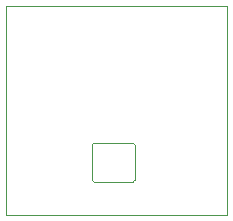
<source format=gbr>
%TF.GenerationSoftware,KiCad,Pcbnew,6.0.5*%
%TF.CreationDate,2022-10-09T08:24:47+11:00*%
%TF.ProjectId,ameoba,616d656f-6261-42e6-9b69-6361645f7063,rev?*%
%TF.SameCoordinates,Original*%
%TF.FileFunction,Profile,NP*%
%FSLAX46Y46*%
G04 Gerber Fmt 4.6, Leading zero omitted, Abs format (unit mm)*
G04 Created by KiCad (PCBNEW 6.0.5) date 2022-10-09 08:24:47*
%MOMM*%
%LPD*%
G01*
G04 APERTURE LIST*
%TA.AperFunction,Profile*%
%ADD10C,0.100000*%
%TD*%
%TA.AperFunction,Profile*%
%ADD11C,0.120000*%
%TD*%
G04 APERTURE END LIST*
D10*
X16300000Y-34553246D02*
X35000000Y-34553246D01*
X35000000Y-34553246D02*
X35000000Y-16853246D01*
X35000000Y-16853246D02*
X16300000Y-16853246D01*
X16300000Y-16853246D02*
X16300000Y-34553246D01*
D11*
%TO.C,REF\u002A\u002A*%
X23755358Y-31728728D02*
X27079500Y-31727684D01*
X27066730Y-28462153D02*
X23730869Y-28451473D01*
X27243607Y-31551854D02*
X27242560Y-28626260D01*
X23566762Y-28627303D02*
X23579528Y-31564621D01*
X27242559Y-28626260D02*
G75*
G03*
X27066730Y-28462153I-184582J-21519D01*
G01*
X27079500Y-31727683D02*
G75*
G03*
X27243607Y-31551854I-21524J184586D01*
G01*
X23579524Y-31564622D02*
G75*
G03*
X23755358Y-31728728I184593J21532D01*
G01*
X23730870Y-28451479D02*
G75*
G03*
X23566762Y-28627303I21517J-184581D01*
G01*
%TD*%
M02*

</source>
